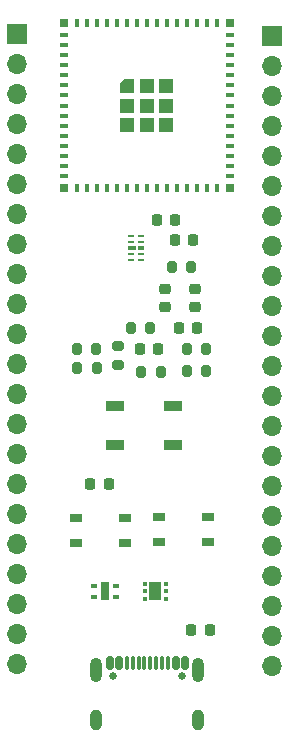
<source format=gbr>
%TF.GenerationSoftware,KiCad,Pcbnew,8.0.3*%
%TF.CreationDate,2024-10-04T20:59:14+05:30*%
%TF.ProjectId,TP4056,54503430-3536-42e6-9b69-6361645f7063,rev?*%
%TF.SameCoordinates,Original*%
%TF.FileFunction,Soldermask,Top*%
%TF.FilePolarity,Negative*%
%FSLAX46Y46*%
G04 Gerber Fmt 4.6, Leading zero omitted, Abs format (unit mm)*
G04 Created by KiCad (PCBNEW 8.0.3) date 2024-10-04 20:59:14*
%MOMM*%
%LPD*%
G01*
G04 APERTURE LIST*
G04 Aperture macros list*
%AMRoundRect*
0 Rectangle with rounded corners*
0 $1 Rounding radius*
0 $2 $3 $4 $5 $6 $7 $8 $9 X,Y pos of 4 corners*
0 Add a 4 corners polygon primitive as box body*
4,1,4,$2,$3,$4,$5,$6,$7,$8,$9,$2,$3,0*
0 Add four circle primitives for the rounded corners*
1,1,$1+$1,$2,$3*
1,1,$1+$1,$4,$5*
1,1,$1+$1,$6,$7*
1,1,$1+$1,$8,$9*
0 Add four rect primitives between the rounded corners*
20,1,$1+$1,$2,$3,$4,$5,0*
20,1,$1+$1,$4,$5,$6,$7,0*
20,1,$1+$1,$6,$7,$8,$9,0*
20,1,$1+$1,$8,$9,$2,$3,0*%
%AMOutline5P*
0 Free polygon, 5 corners , with rotation*
0 The origin of the aperture is its center*
0 number of corners: always 5*
0 $1 to $10 corner X, Y*
0 $11 Rotation angle, in degrees counterclockwise*
0 create outline with 5 corners*
4,1,5,$1,$2,$3,$4,$5,$6,$7,$8,$9,$10,$1,$2,$11*%
%AMOutline6P*
0 Free polygon, 6 corners , with rotation*
0 The origin of the aperture is its center*
0 number of corners: always 6*
0 $1 to $12 corner X, Y*
0 $13 Rotation angle, in degrees counterclockwise*
0 create outline with 6 corners*
4,1,6,$1,$2,$3,$4,$5,$6,$7,$8,$9,$10,$11,$12,$1,$2,$13*%
%AMOutline7P*
0 Free polygon, 7 corners , with rotation*
0 The origin of the aperture is its center*
0 number of corners: always 7*
0 $1 to $14 corner X, Y*
0 $15 Rotation angle, in degrees counterclockwise*
0 create outline with 7 corners*
4,1,7,$1,$2,$3,$4,$5,$6,$7,$8,$9,$10,$11,$12,$13,$14,$1,$2,$15*%
%AMOutline8P*
0 Free polygon, 8 corners , with rotation*
0 The origin of the aperture is its center*
0 number of corners: always 8*
0 $1 to $16 corner X, Y*
0 $17 Rotation angle, in degrees counterclockwise*
0 create outline with 8 corners*
4,1,8,$1,$2,$3,$4,$5,$6,$7,$8,$9,$10,$11,$12,$13,$14,$15,$16,$1,$2,$17*%
G04 Aperture macros list end*
%ADD10RoundRect,0.225000X-0.250000X0.225000X-0.250000X-0.225000X0.250000X-0.225000X0.250000X0.225000X0*%
%ADD11RoundRect,0.200000X-0.200000X-0.275000X0.200000X-0.275000X0.200000X0.275000X-0.200000X0.275000X0*%
%ADD12RoundRect,0.200000X0.275000X-0.200000X0.275000X0.200000X-0.275000X0.200000X-0.275000X-0.200000X0*%
%ADD13R,0.600000X0.400000*%
%ADD14R,0.700000X1.600000*%
%ADD15RoundRect,0.200000X0.200000X0.275000X-0.200000X0.275000X-0.200000X-0.275000X0.200000X-0.275000X0*%
%ADD16R,1.050000X0.650000*%
%ADD17R,1.500000X0.900000*%
%ADD18RoundRect,0.218750X-0.218750X-0.256250X0.218750X-0.256250X0.218750X0.256250X-0.218750X0.256250X0*%
%ADD19RoundRect,0.225000X-0.225000X-0.250000X0.225000X-0.250000X0.225000X0.250000X-0.225000X0.250000X0*%
%ADD20R,1.700000X1.700000*%
%ADD21O,1.700000X1.700000*%
%ADD22RoundRect,0.225000X0.225000X0.250000X-0.225000X0.250000X-0.225000X-0.250000X0.225000X-0.250000X0*%
%ADD23R,0.800000X0.400000*%
%ADD24R,0.400000X0.800000*%
%ADD25Outline5P,-0.600000X0.204000X-0.204000X0.600000X0.600000X0.600000X0.600000X-0.600000X-0.600000X-0.600000X0.000000*%
%ADD26R,1.200000X1.200000*%
%ADD27R,0.800000X0.800000*%
%ADD28C,0.650000*%
%ADD29RoundRect,0.150000X-0.150000X-0.425000X0.150000X-0.425000X0.150000X0.425000X-0.150000X0.425000X0*%
%ADD30RoundRect,0.075000X-0.075000X-0.500000X0.075000X-0.500000X0.075000X0.500000X-0.075000X0.500000X0*%
%ADD31O,1.000000X2.100000*%
%ADD32O,1.000000X1.800000*%
%ADD33RoundRect,0.093750X-0.093750X-0.106250X0.093750X-0.106250X0.093750X0.106250X-0.093750X0.106250X0*%
%ADD34R,1.000000X1.600000*%
%ADD35R,0.625000X0.250000*%
%ADD36R,0.700000X0.450000*%
%ADD37R,0.575000X0.450000*%
G04 APERTURE END LIST*
D10*
%TO.C,C1*%
X78835000Y-86200000D03*
X78835000Y-87750000D03*
%TD*%
D11*
%TO.C,R3*%
X76875000Y-84350000D03*
X78525000Y-84350000D03*
%TD*%
D12*
%TO.C,R5*%
X72325000Y-92700000D03*
X72325000Y-91050000D03*
%TD*%
D13*
%TO.C,U4*%
X70302500Y-111350000D03*
X70302500Y-112300000D03*
X72202500Y-112300000D03*
X72202500Y-111350000D03*
D14*
X71252500Y-111825000D03*
%TD*%
D11*
%TO.C,R4*%
X78150000Y-91275000D03*
X79800000Y-91275000D03*
%TD*%
D15*
%TO.C,R2*%
X70550000Y-92925000D03*
X68900000Y-92925000D03*
%TD*%
D16*
%TO.C,SW1*%
X68775000Y-105625000D03*
X72925000Y-105625000D03*
X68775000Y-107775000D03*
X72925000Y-107775000D03*
%TD*%
D17*
%TO.C,D1*%
X72050000Y-96150000D03*
X72050000Y-99450000D03*
X76950000Y-99450000D03*
X76950000Y-96150000D03*
%TD*%
D11*
%TO.C,R7*%
X74310000Y-93265000D03*
X75960000Y-93265000D03*
%TD*%
D18*
%TO.C,D2*%
X69975000Y-102775000D03*
X71550000Y-102775000D03*
%TD*%
D19*
%TO.C,C5*%
X74190000Y-91275000D03*
X75740000Y-91275000D03*
%TD*%
D15*
%TO.C,R1*%
X70500000Y-91300000D03*
X68850000Y-91300000D03*
%TD*%
D20*
%TO.C,J3*%
X85375000Y-64825000D03*
D21*
X85375000Y-67365000D03*
X85375000Y-69905000D03*
X85375000Y-72445000D03*
X85375000Y-74985000D03*
X85375000Y-77525000D03*
X85375000Y-80065000D03*
X85375000Y-82605000D03*
X85375000Y-85145000D03*
X85375000Y-87685000D03*
X85375000Y-90225000D03*
X85375000Y-92765000D03*
X85375000Y-95305000D03*
X85375000Y-97845000D03*
X85375000Y-100385000D03*
X85375000Y-102925000D03*
X85375000Y-105465000D03*
X85375000Y-108005000D03*
X85375000Y-110545000D03*
X85375000Y-113085000D03*
X85375000Y-115625000D03*
X85375000Y-118165000D03*
%TD*%
D22*
%TO.C,C3*%
X78700000Y-82050000D03*
X77150000Y-82050000D03*
%TD*%
D19*
%TO.C,C6*%
X78550000Y-115125000D03*
X80100000Y-115125000D03*
%TD*%
D23*
%TO.C,U3*%
X67775000Y-64750000D03*
X67775000Y-65600000D03*
X67775000Y-66450000D03*
X67775000Y-67300000D03*
X67775000Y-68150000D03*
X67775000Y-69000000D03*
X67775000Y-69850000D03*
X67775000Y-70700000D03*
X67775000Y-71550000D03*
X67775000Y-72400000D03*
X67775000Y-73250000D03*
X67775000Y-74100000D03*
X67775000Y-74950000D03*
X67775000Y-75800000D03*
X67775000Y-76650000D03*
D24*
X68825000Y-77700000D03*
X69675000Y-77700000D03*
X70525000Y-77700000D03*
X71375000Y-77700000D03*
X72225000Y-77700000D03*
X73075000Y-77700000D03*
X73925000Y-77700000D03*
X74775000Y-77700000D03*
X75625000Y-77700000D03*
X76475000Y-77700000D03*
X77325000Y-77700000D03*
X78175000Y-77700000D03*
X79025000Y-77700000D03*
X79875000Y-77700000D03*
X80725000Y-77700000D03*
D23*
X81775000Y-76650000D03*
X81775000Y-75800000D03*
X81775000Y-74950000D03*
X81775000Y-74100000D03*
X81775000Y-73250000D03*
X81775000Y-72400000D03*
X81775000Y-71550000D03*
X81775000Y-70700000D03*
X81775000Y-69850000D03*
X81775000Y-69000000D03*
X81775000Y-68150000D03*
X81775000Y-67300000D03*
X81775000Y-66450000D03*
X81775000Y-65600000D03*
X81775000Y-64750000D03*
D24*
X80725000Y-63700000D03*
X79875000Y-63700000D03*
X79025000Y-63700000D03*
X78175000Y-63700000D03*
X77325000Y-63700000D03*
X76475000Y-63700000D03*
X75625000Y-63700000D03*
X74775000Y-63700000D03*
X73925000Y-63700000D03*
X73075000Y-63700000D03*
X72225000Y-63700000D03*
X71375000Y-63700000D03*
X70525000Y-63700000D03*
X69675000Y-63700000D03*
X68825000Y-63700000D03*
D25*
X73125000Y-69050000D03*
D26*
X73125000Y-70700000D03*
X73125000Y-72350000D03*
X74775000Y-69050000D03*
X74775000Y-70700000D03*
X74775000Y-72350000D03*
X76425000Y-69050000D03*
X76425000Y-70700000D03*
X76425000Y-72350000D03*
D27*
X67775000Y-63700000D03*
X67775000Y-77700000D03*
X81775000Y-77700000D03*
X81775000Y-63700000D03*
%TD*%
D15*
%TO.C,R6*%
X75065000Y-89500000D03*
X73415000Y-89500000D03*
%TD*%
D28*
%TO.C,J1*%
X71935000Y-119010000D03*
X77715000Y-119010000D03*
D29*
X71625000Y-117935000D03*
X72425000Y-117935000D03*
D30*
X73575000Y-117935000D03*
X74575000Y-117935000D03*
X75075000Y-117935000D03*
X76075000Y-117935000D03*
D29*
X77225000Y-117935000D03*
X78025000Y-117935000D03*
X78025000Y-117935000D03*
X77225000Y-117935000D03*
D30*
X76575000Y-117935000D03*
X75575000Y-117935000D03*
X74075000Y-117935000D03*
X73075000Y-117935000D03*
D29*
X72425000Y-117935000D03*
X71625000Y-117935000D03*
D31*
X70505000Y-118510000D03*
D32*
X70505000Y-122690000D03*
D31*
X79145000Y-118510000D03*
D32*
X79145000Y-122690000D03*
%TD*%
D33*
%TO.C,U2*%
X74600000Y-111175000D03*
X74600000Y-111825000D03*
X74600000Y-112475000D03*
X76375000Y-112475000D03*
X76375000Y-111825000D03*
X76375000Y-111175000D03*
D34*
X75487500Y-111825000D03*
%TD*%
D20*
%TO.C,J2*%
X63775000Y-64675000D03*
D21*
X63775000Y-67215000D03*
X63775000Y-69755000D03*
X63775000Y-72295000D03*
X63775000Y-74835000D03*
X63775000Y-77375000D03*
X63775000Y-79915000D03*
X63775000Y-82455000D03*
X63775000Y-84995000D03*
X63775000Y-87535000D03*
X63775000Y-90075000D03*
X63775000Y-92615000D03*
X63775000Y-95155000D03*
X63775000Y-97695000D03*
X63775000Y-100235000D03*
X63775000Y-102775000D03*
X63775000Y-105315000D03*
X63775000Y-107855000D03*
X63775000Y-110395000D03*
X63775000Y-112935000D03*
X63775000Y-115475000D03*
X63775000Y-118015000D03*
%TD*%
D22*
%TO.C,C7*%
X79025000Y-89500000D03*
X77475000Y-89500000D03*
%TD*%
D11*
%TO.C,R8*%
X78175000Y-93150000D03*
X79825000Y-93150000D03*
%TD*%
D16*
%TO.C,SW2*%
X75825000Y-105525000D03*
X79975000Y-105525000D03*
X75825000Y-107675000D03*
X79975000Y-107675000D03*
%TD*%
D10*
%TO.C,C2*%
X76325000Y-86200000D03*
X76325000Y-87750000D03*
%TD*%
D22*
%TO.C,C4*%
X77200000Y-80400000D03*
X75650000Y-80400000D03*
%TD*%
D35*
%TO.C,U1*%
X73475000Y-81750000D03*
X73475000Y-82250000D03*
D36*
X73512500Y-82750000D03*
D35*
X73475000Y-83250000D03*
X73475000Y-83750000D03*
X74250000Y-83750000D03*
X74250000Y-83250000D03*
D37*
X74275000Y-82750000D03*
D35*
X74250000Y-82250000D03*
X74250000Y-81750000D03*
%TD*%
M02*

</source>
